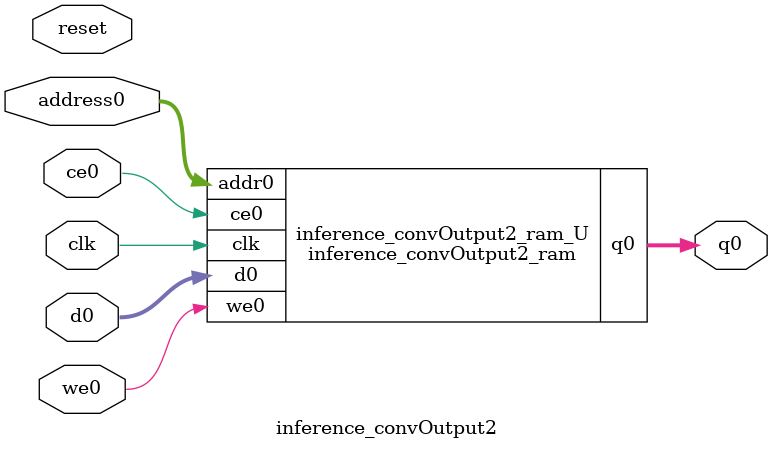
<source format=v>

`timescale 1 ns / 1 ps
module inference_convOutput2_ram (addr0, ce0, d0, we0, q0,  clk);

parameter DWIDTH = 32;
parameter AWIDTH = 11;
parameter MEM_SIZE = 1600;

input[AWIDTH-1:0] addr0;
input ce0;
input[DWIDTH-1:0] d0;
input we0;
output reg[DWIDTH-1:0] q0;
input clk;

(* ram_style = "block" *)reg [DWIDTH-1:0] ram[MEM_SIZE-1:0];




always @(posedge clk)  
begin 
    if (ce0) 
    begin
        if (we0) 
        begin 
            ram[addr0] <= d0; 
            q0 <= d0;
        end 
        else 
            q0 <= ram[addr0];
    end
end


endmodule


`timescale 1 ns / 1 ps
module inference_convOutput2(
    reset,
    clk,
    address0,
    ce0,
    we0,
    d0,
    q0);

parameter DataWidth = 32'd32;
parameter AddressRange = 32'd1600;
parameter AddressWidth = 32'd11;
input reset;
input clk;
input[AddressWidth - 1:0] address0;
input ce0;
input we0;
input[DataWidth - 1:0] d0;
output[DataWidth - 1:0] q0;



inference_convOutput2_ram inference_convOutput2_ram_U(
    .clk( clk ),
    .addr0( address0 ),
    .ce0( ce0 ),
    .d0( d0 ),
    .we0( we0 ),
    .q0( q0 ));

endmodule


</source>
